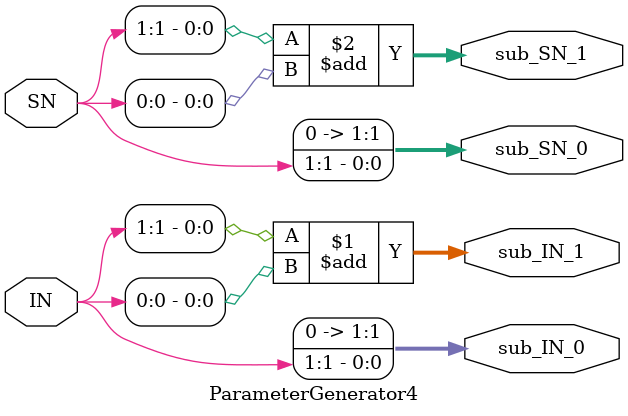
<source format=v>
`timescale 1ns / 1ps

module ParameterGenerator4( 
    IN,
    SN,
    sub_IN_0,
    sub_IN_1,
    sub_SN_0,
    sub_SN_1 
    );
        
    input  wire [1:0]   IN, SN; //IN is submatrix size, SN is index of cyclic shifting
    output wire [1:0] sub_IN_0, sub_IN_1, sub_SN_0, sub_SN_1;
    
    assign sub_IN_0 = IN[1];
    assign sub_IN_1 = IN[1]+IN[0];
    assign sub_SN_0 = SN[1];
    assign sub_SN_1 = SN[1]+SN[0];
        
endmodule
</source>
